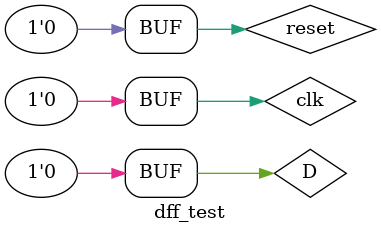
<source format=v>
`timescale 1ns / 1ps


module dff_test;

	// Inputs
	reg D;
	reg clk;
	reg reset;

	// Outputs
	wire Q;

	// Instantiate the Unit Under Test (UUT)
	DFlipFlop uut (
		.Q(Q), 
		.D(D), 
		.clk(clk), 
		.reset(reset)
	);

	initial begin
		// Initialize Inputs
		D = 0;
		clk = 0;
		reset = 0;

		// Wait 100 ns for global reset to finish
		#100;
        
		// Add stimulus here

	end
      
endmodule


</source>
